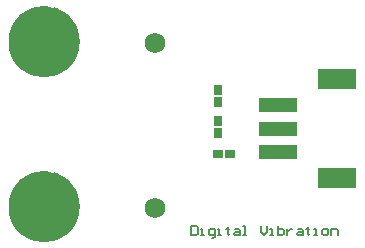
<source format=gts>
%FSLAX23Y23*%
%MOIN*%
G70*
G01*
G75*
G04 Layer_Color=8388736*
%ADD10R,0.118X0.059*%
%ADD11R,0.118X0.039*%
%ADD12R,0.020X0.024*%
%ADD13R,0.024X0.020*%
%ADD14C,0.010*%
%ADD15C,0.060*%
%ADD16C,0.236*%
%ADD17C,0.039*%
%ADD18C,0.005*%
%ADD19C,0.059*%
%ADD20C,0.006*%
%ADD21R,0.126X0.067*%
%ADD22R,0.126X0.047*%
%ADD23R,0.028X0.032*%
%ADD24R,0.032X0.028*%
%ADD25C,0.068*%
D16*
X170Y700D02*
D03*
Y150D02*
D03*
D17*
X259Y700D02*
D03*
X233Y637D02*
D03*
X170Y611D02*
D03*
X107Y637D02*
D03*
X81Y700D02*
D03*
X170Y789D02*
D03*
X233Y763D02*
D03*
X107D02*
D03*
X259Y150D02*
D03*
X233Y87D02*
D03*
X170Y61D02*
D03*
X107Y87D02*
D03*
X81Y150D02*
D03*
X170Y239D02*
D03*
X233Y213D02*
D03*
X107D02*
D03*
D19*
X259Y700D02*
G03*
X259Y700I-89J0D01*
G01*
Y150D02*
G03*
X259Y150I-89J0D01*
G01*
D20*
X660Y86D02*
Y55D01*
X676D01*
X681Y60D01*
Y81D01*
X676Y86D01*
X660D01*
X691Y55D02*
X702D01*
X697D01*
Y76D01*
X691D01*
X728Y45D02*
X733D01*
X739Y50D01*
Y76D01*
X723D01*
X718Y71D01*
Y60D01*
X723Y55D01*
X739D01*
X749D02*
X760D01*
X754D01*
Y76D01*
X749D01*
X781Y81D02*
Y76D01*
X775D01*
X786D01*
X781D01*
Y60D01*
X786Y55D01*
X807Y76D02*
X817D01*
X823Y71D01*
Y55D01*
X807D01*
X802Y60D01*
X807Y65D01*
X823D01*
X833Y55D02*
X844D01*
X838D01*
Y86D01*
X833D01*
X891D02*
Y65D01*
X901Y55D01*
X912Y65D01*
Y86D01*
X922Y55D02*
X933D01*
X928D01*
Y76D01*
X922D01*
X949Y86D02*
Y55D01*
X964D01*
X970Y60D01*
Y65D01*
Y71D01*
X964Y76D01*
X949D01*
X980D02*
Y55D01*
Y65D01*
X985Y71D01*
X991Y76D01*
X996D01*
X1017D02*
X1027D01*
X1033Y71D01*
Y55D01*
X1017D01*
X1012Y60D01*
X1017Y65D01*
X1033D01*
X1048Y81D02*
Y76D01*
X1043D01*
X1054D01*
X1048D01*
Y60D01*
X1054Y55D01*
X1069D02*
X1080D01*
X1075D01*
Y76D01*
X1069D01*
X1101Y55D02*
X1111D01*
X1117Y60D01*
Y71D01*
X1111Y76D01*
X1101D01*
X1096Y71D01*
Y60D01*
X1101Y55D01*
X1127D02*
Y76D01*
X1143D01*
X1148Y71D01*
Y55D01*
D21*
X1147Y245D02*
D03*
Y575D02*
D03*
D22*
X950Y489D02*
D03*
Y331D02*
D03*
Y410D02*
D03*
Y489D02*
D03*
D23*
X750Y500D02*
D03*
Y540D02*
D03*
Y395D02*
D03*
Y435D02*
D03*
D24*
X750Y325D02*
D03*
X790D02*
D03*
D25*
X540Y696D02*
D03*
Y145D02*
D03*
M02*

</source>
